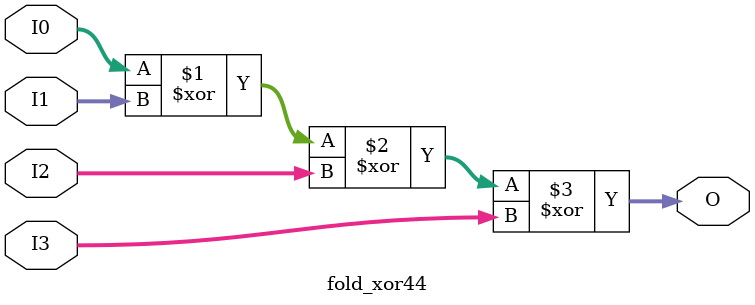
<source format=v>
module fold_xor44 (input [3:0] I0, input [3:0] I1, input [3:0] I2, input [3:0] I3, output [3:0] O);
assign O = ((I0 ^ I1) ^ I2) ^ I3;
endmodule


</source>
